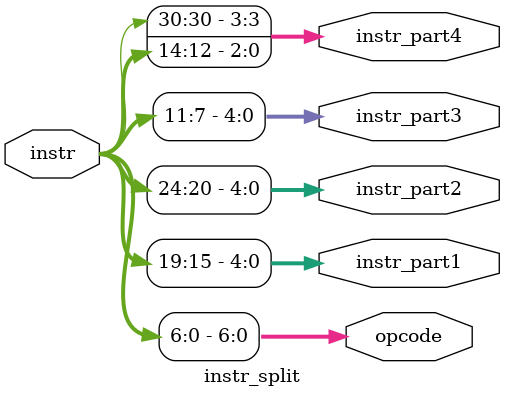
<source format=sv>
module instr_split(
    input  logic [31:0] instr,
    output logic [6:0] opcode, 
    output logic [4:0] instr_part1,
    output logic [4:0] instr_part2,
    output logic [4:0] instr_part3,
    output logic [3:0] instr_part4
);

    always_comb begin
        opcode = instr[6:0];
        instr_part1 = instr[19:15];
        instr_part2 = instr[24:20];
        instr_part3 = instr[11:7];
        instr_part4 = {instr[30], instr[14:12]};
    end

endmodule
</source>
